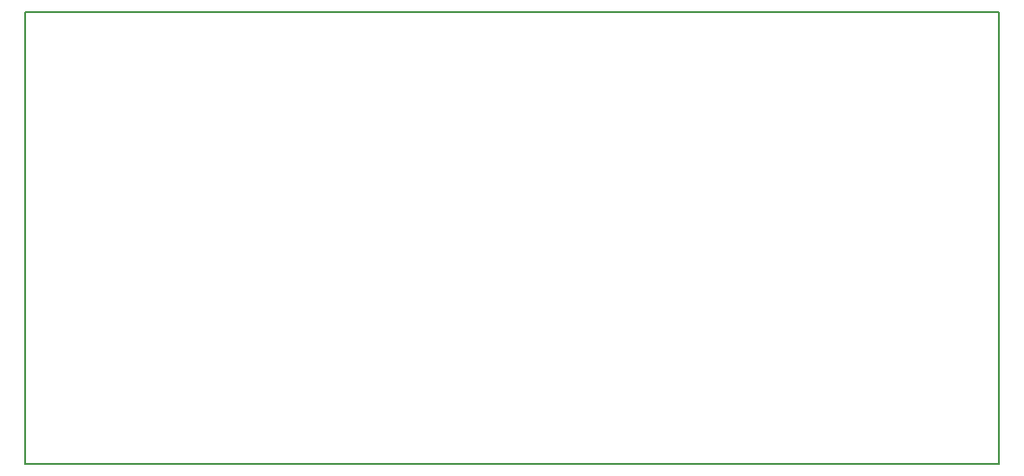
<source format=gbr>
G04 #@! TF.GenerationSoftware,KiCad,Pcbnew,(5.0.0)*
G04 #@! TF.CreationDate,2018-11-05T16:41:38+01:00*
G04 #@! TF.ProjectId,RF_transmitter,52465F7472616E736D69747465722E6B,rev?*
G04 #@! TF.SameCoordinates,Original*
G04 #@! TF.FileFunction,Profile,NP*
%FSLAX46Y46*%
G04 Gerber Fmt 4.6, Leading zero omitted, Abs format (unit mm)*
G04 Created by KiCad (PCBNEW (5.0.0)) date 11/05/18 16:41:38*
%MOMM*%
%LPD*%
G01*
G04 APERTURE LIST*
%ADD10C,0.150000*%
G04 APERTURE END LIST*
D10*
X40132000Y-58674000D02*
X40132000Y-59436000D01*
X128778000Y-58674000D02*
X40132000Y-58674000D01*
X128778000Y-99822000D02*
X128778000Y-58674000D01*
X40132000Y-99822000D02*
X128778000Y-99822000D01*
X40132000Y-97536000D02*
X40132000Y-99822000D01*
X40132000Y-96520000D02*
X40132000Y-97536000D01*
X40132000Y-59436000D02*
X40132000Y-96520000D01*
M02*

</source>
